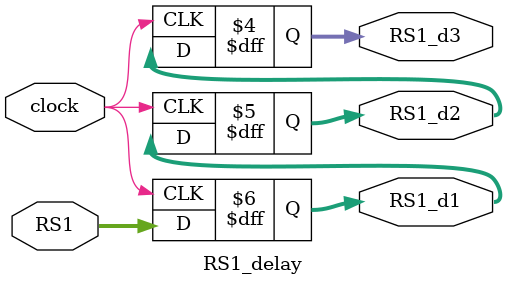
<source format=v>
module RS1_delay(RS1,RS1_d1,RS1_d2,RS1_d3,clock);
input [4:0]RS1;
output [4:0]RS1_d1;
output [4:0]RS1_d2;
output [4:0]RS1_d3;
input clock;
reg [4:0]RS1_d1;
reg [4:0]RS1_d2;
reg [4:0]RS1_d3;

always@(posedge clock)
begin
RS1_d1<=RS1;
end

always@(posedge clock)
begin
RS1_d2<=RS1_d1;
end

always@(posedge clock)
begin
RS1_d3<=RS1_d2;
end

endmodule

</source>
